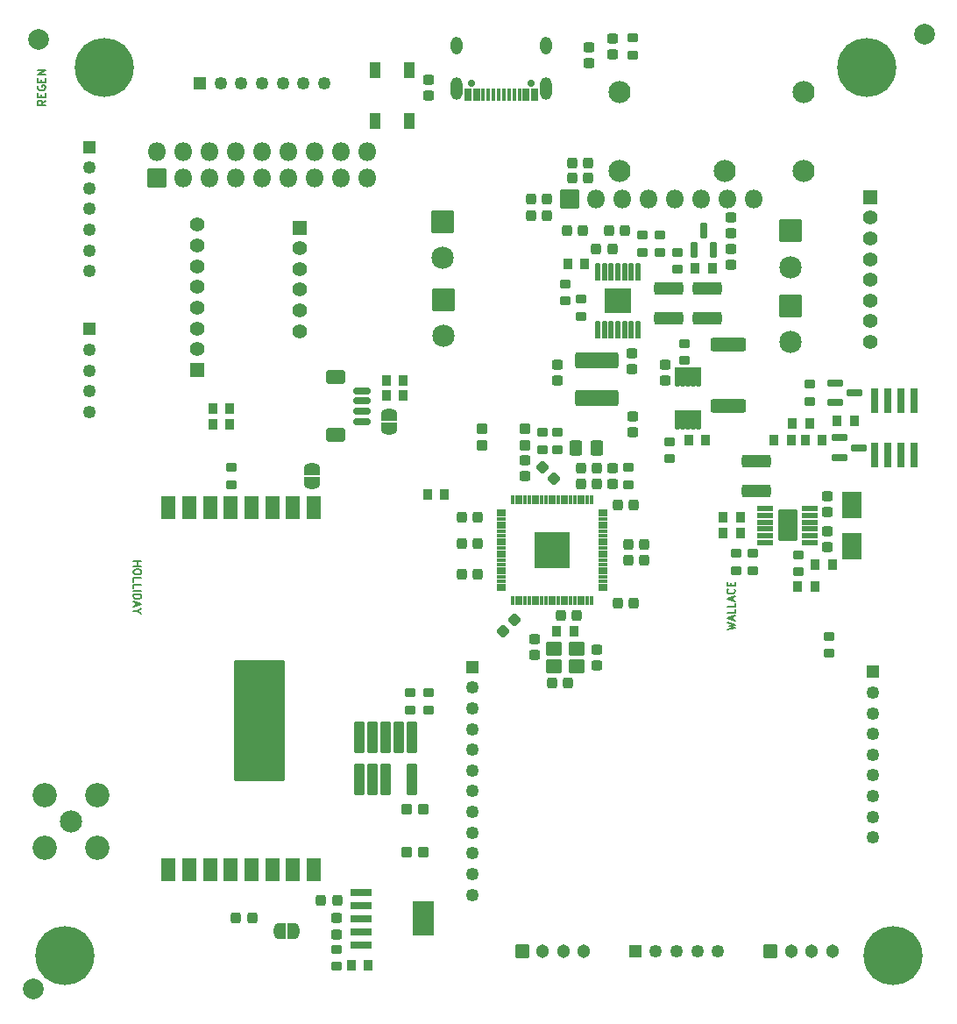
<source format=gts>
%TF.GenerationSoftware,KiCad,Pcbnew,8.0.5*%
%TF.CreationDate,2024-11-25T18:16:58-08:00*%
%TF.ProjectId,mainboard,6d61696e-626f-4617-9264-2e6b69636164,06c*%
%TF.SameCoordinates,Original*%
%TF.FileFunction,Soldermask,Top*%
%TF.FilePolarity,Negative*%
%FSLAX46Y46*%
G04 Gerber Fmt 4.6, Leading zero omitted, Abs format (unit mm)*
G04 Created by KiCad (PCBNEW 8.0.5) date 2024-11-25 18:16:58*
%MOMM*%
%LPD*%
G01*
G04 APERTURE LIST*
G04 Aperture macros list*
%AMRoundRect*
0 Rectangle with rounded corners*
0 $1 Rounding radius*
0 $2 $3 $4 $5 $6 $7 $8 $9 X,Y pos of 4 corners*
0 Add a 4 corners polygon primitive as box body*
4,1,4,$2,$3,$4,$5,$6,$7,$8,$9,$2,$3,0*
0 Add four circle primitives for the rounded corners*
1,1,$1+$1,$2,$3*
1,1,$1+$1,$4,$5*
1,1,$1+$1,$6,$7*
1,1,$1+$1,$8,$9*
0 Add four rect primitives between the rounded corners*
20,1,$1+$1,$2,$3,$4,$5,0*
20,1,$1+$1,$4,$5,$6,$7,0*
20,1,$1+$1,$6,$7,$8,$9,0*
20,1,$1+$1,$8,$9,$2,$3,0*%
%AMFreePoly0*
4,1,35,0.535921,0.785921,0.550800,0.750000,0.550800,-0.750000,0.535921,-0.785921,0.500000,-0.800800,0.000000,-0.800800,-0.012286,-0.795711,-0.071157,-0.795711,-0.085469,-0.793653,-0.222020,-0.753558,-0.235173,-0.747552,-0.354895,-0.670611,-0.365822,-0.661142,-0.459019,-0.553587,-0.466836,-0.541423,-0.525955,-0.411969,-0.530029,-0.398096,-0.550283,-0.257230,-0.550800,-0.250000,-0.550800,0.250000,
-0.550283,0.257230,-0.530029,0.398096,-0.525955,0.411969,-0.466836,0.541423,-0.459019,0.553587,-0.365822,0.661142,-0.354895,0.670611,-0.235173,0.747552,-0.222020,0.753558,-0.085469,0.793653,-0.071157,0.795711,-0.012286,0.795711,0.000000,0.800800,0.500000,0.800800,0.535921,0.785921,0.535921,0.785921,$1*%
%AMFreePoly1*
4,1,35,0.012286,0.795711,0.071157,0.795711,0.085469,0.793653,0.222020,0.753558,0.235173,0.747552,0.354895,0.670611,0.365822,0.661142,0.459019,0.553587,0.466836,0.541423,0.525955,0.411969,0.530029,0.398096,0.550283,0.257230,0.550800,0.250000,0.550800,-0.250000,0.550283,-0.257230,0.530029,-0.398096,0.525955,-0.411969,0.466836,-0.541423,0.459019,-0.553587,0.365822,-0.661142,
0.354895,-0.670611,0.235173,-0.747552,0.222020,-0.753558,0.085469,-0.793653,0.071157,-0.795711,0.012286,-0.795711,0.000000,-0.800800,-0.500000,-0.800800,-0.535921,-0.785921,-0.550800,-0.750000,-0.550800,0.750000,-0.535921,0.785921,-0.500000,0.800800,0.000000,0.800800,0.012286,0.795711,0.012286,0.795711,$1*%
G04 Aperture macros list end*
%ADD10C,0.190500*%
%ADD11RoundRect,0.225400X-0.225400X-0.300400X0.225400X-0.300400X0.225400X0.300400X-0.225400X0.300400X0*%
%ADD12RoundRect,0.063500X-0.152400X0.800100X-0.152400X-0.800100X0.152400X-0.800100X0.152400X0.800100X0*%
%ADD13RoundRect,0.063500X-1.230000X1.155000X-1.230000X-1.155000X1.230000X-1.155000X1.230000X1.155000X0*%
%ADD14RoundRect,0.250400X-0.275400X0.250400X-0.275400X-0.250400X0.275400X-0.250400X0.275400X0.250400X0*%
%ADD15RoundRect,0.250400X0.275400X-0.250400X0.275400X0.250400X-0.275400X0.250400X-0.275400X-0.250400X0*%
%ADD16RoundRect,0.225400X0.225400X0.300400X-0.225400X0.300400X-0.225400X-0.300400X0.225400X-0.300400X0*%
%ADD17RoundRect,0.250400X0.250400X0.275400X-0.250400X0.275400X-0.250400X-0.275400X0.250400X-0.275400X0*%
%ADD18RoundRect,0.063500X-0.660400X0.279400X-0.660400X-0.279400X0.660400X-0.279400X0.660400X0.279400X0*%
%ADD19RoundRect,0.050800X0.304800X1.104900X-0.304800X1.104900X-0.304800X-1.104900X0.304800X-1.104900X0*%
%ADD20C,5.701600*%
%ADD21C,2.000000*%
%ADD22C,2.133600*%
%ADD23RoundRect,0.225400X-0.300400X0.225400X-0.300400X-0.225400X0.300400X-0.225400X0.300400X0.225400X0*%
%ADD24RoundRect,0.250400X-0.250400X-0.275400X0.250400X-0.275400X0.250400X0.275400X-0.250400X0.275400X0*%
%ADD25C,2.151600*%
%ADD26C,2.351600*%
%ADD27RoundRect,0.063500X-1.016000X1.016000X-1.016000X-1.016000X1.016000X-1.016000X1.016000X1.016000X0*%
%ADD28C,2.159000*%
%ADD29RoundRect,0.225400X0.300400X-0.225400X0.300400X0.225400X-0.300400X0.225400X-0.300400X-0.225400X0*%
%ADD30RoundRect,0.244150X0.281650X-0.244150X0.281650X0.244150X-0.281650X0.244150X-0.281650X-0.244150X0*%
%ADD31RoundRect,0.270735X-1.455065X0.392565X-1.455065X-0.392565X1.455065X-0.392565X1.455065X0.392565X0*%
%ADD32RoundRect,0.355555X-1.795245X0.445245X-1.795245X-0.445245X1.795245X-0.445245X1.795245X0.445245X0*%
%ADD33RoundRect,0.063500X-0.279400X-0.660400X0.279400X-0.660400X0.279400X0.660400X-0.279400X0.660400X0*%
%ADD34RoundRect,0.272087X1.128713X-0.353713X1.128713X0.353713X-1.128713X0.353713X-1.128713X-0.353713X0*%
%ADD35RoundRect,0.050800X-0.165100X0.889000X-0.165100X-0.889000X0.165100X-0.889000X0.165100X0.889000X0*%
%ADD36RoundRect,0.050800X1.000000X-0.325000X1.000000X0.325000X-1.000000X0.325000X-1.000000X-0.325000X0*%
%ADD37RoundRect,0.050800X-1.000000X-1.600000X1.000000X-1.600000X1.000000X1.600000X-1.000000X1.600000X0*%
%ADD38C,0.701600*%
%ADD39RoundRect,0.050800X0.300000X0.575000X-0.300000X0.575000X-0.300000X-0.575000X0.300000X-0.575000X0*%
%ADD40RoundRect,0.050800X0.150000X0.575000X-0.150000X0.575000X-0.150000X-0.575000X0.150000X-0.575000X0*%
%ADD41O,1.101600X2.201600*%
%ADD42O,1.101600X1.701600*%
%ADD43RoundRect,0.250400X-0.017678X0.371797X-0.371797X0.017678X0.017678X-0.371797X0.371797X-0.017678X0*%
%ADD44RoundRect,0.050800X-0.698500X-0.215900X0.698500X-0.215900X0.698500X0.215900X-0.698500X0.215900X0*%
%ADD45RoundRect,0.050800X-0.876300X-1.473200X0.876300X-1.473200X0.876300X1.473200X-0.876300X1.473200X0*%
%ADD46RoundRect,0.050800X-0.850000X1.250000X-0.850000X-1.250000X0.850000X-1.250000X0.850000X1.250000X0*%
%ADD47RoundRect,0.050800X-0.450000X0.750000X-0.450000X-0.750000X0.450000X-0.750000X0.450000X0.750000X0*%
%ADD48RoundRect,0.272087X-0.353713X-0.478713X0.353713X-0.478713X0.353713X0.478713X-0.353713X0.478713X0*%
%ADD49RoundRect,0.080400X0.360400X-0.080400X0.360400X0.080400X-0.360400X0.080400X-0.360400X-0.080400X0*%
%ADD50RoundRect,0.080400X-0.080400X-0.360400X0.080400X-0.360400X0.080400X0.360400X-0.080400X0.360400X0*%
%ADD51RoundRect,0.050800X-0.566666X-0.566666X0.566666X-0.566666X0.566666X0.566666X-0.566666X0.566666X0*%
%ADD52FreePoly0,270.000000*%
%ADD53FreePoly1,270.000000*%
%ADD54RoundRect,0.102000X-0.370000X-1.395000X0.370000X-1.395000X0.370000X1.395000X-0.370000X1.395000X0*%
%ADD55RoundRect,0.050800X-0.700000X-0.600000X0.700000X-0.600000X0.700000X0.600000X-0.700000X0.600000X0*%
%ADD56RoundRect,0.063500X-0.650000X1.000000X-0.650000X-1.000000X0.650000X-1.000000X0.650000X1.000000X0*%
%ADD57RoundRect,0.063500X-2.350000X5.750000X-2.350000X-5.750000X2.350000X-5.750000X2.350000X5.750000X0*%
%ADD58RoundRect,0.050800X0.450000X0.450000X-0.450000X0.450000X-0.450000X-0.450000X0.450000X-0.450000X0*%
%ADD59RoundRect,0.175400X0.650400X-0.175400X0.650400X0.175400X-0.650400X0.175400X-0.650400X-0.175400X0*%
%ADD60RoundRect,0.271166X0.679634X-0.379634X0.679634X0.379634X-0.679634X0.379634X-0.679634X-0.379634X0*%
%ADD61RoundRect,0.050800X0.575000X0.575000X-0.575000X0.575000X-0.575000X-0.575000X0.575000X-0.575000X0*%
%ADD62C,1.251600*%
%ADD63RoundRect,0.050800X0.575000X-0.575000X0.575000X0.575000X-0.575000X0.575000X-0.575000X-0.575000X0*%
%ADD64FreePoly0,90.000000*%
%ADD65FreePoly1,90.000000*%
%ADD66RoundRect,0.050800X0.654000X-0.654000X0.654000X0.654000X-0.654000X0.654000X-0.654000X-0.654000X0*%
%ADD67C,1.409600*%
%ADD68RoundRect,0.076200X-0.575000X-0.575000X0.575000X-0.575000X0.575000X0.575000X-0.575000X0.575000X0*%
%ADD69C,1.302400*%
%ADD70RoundRect,0.250400X0.371797X0.017678X0.017678X0.371797X-0.371797X-0.017678X-0.017678X-0.371797X0*%
%ADD71RoundRect,0.050800X-0.450000X0.450000X-0.450000X-0.450000X0.450000X-0.450000X0.450000X0.450000X0*%
%ADD72RoundRect,0.050800X-0.654000X0.654000X-0.654000X-0.654000X0.654000X-0.654000X0.654000X0.654000X0*%
%ADD73FreePoly0,180.000000*%
%ADD74FreePoly1,180.000000*%
%ADD75RoundRect,0.272087X-1.128713X0.353713X-1.128713X-0.353713X1.128713X-0.353713X1.128713X0.353713X0*%
%ADD76RoundRect,0.050800X-0.850000X0.850000X-0.850000X-0.850000X0.850000X-0.850000X0.850000X0.850000X0*%
%ADD77O,1.801600X1.801600*%
G04 APERTURE END LIST*
D10*
X110020390Y-105246714D02*
X110782390Y-105246714D01*
X110419533Y-105246714D02*
X110419533Y-105682143D01*
X110020390Y-105682143D02*
X110782390Y-105682143D01*
X110782390Y-106190143D02*
X110782390Y-106335286D01*
X110782390Y-106335286D02*
X110746104Y-106407857D01*
X110746104Y-106407857D02*
X110673533Y-106480429D01*
X110673533Y-106480429D02*
X110528390Y-106516714D01*
X110528390Y-106516714D02*
X110274390Y-106516714D01*
X110274390Y-106516714D02*
X110129247Y-106480429D01*
X110129247Y-106480429D02*
X110056676Y-106407857D01*
X110056676Y-106407857D02*
X110020390Y-106335286D01*
X110020390Y-106335286D02*
X110020390Y-106190143D01*
X110020390Y-106190143D02*
X110056676Y-106117572D01*
X110056676Y-106117572D02*
X110129247Y-106045000D01*
X110129247Y-106045000D02*
X110274390Y-106008714D01*
X110274390Y-106008714D02*
X110528390Y-106008714D01*
X110528390Y-106008714D02*
X110673533Y-106045000D01*
X110673533Y-106045000D02*
X110746104Y-106117572D01*
X110746104Y-106117572D02*
X110782390Y-106190143D01*
X110020390Y-107206143D02*
X110020390Y-106843286D01*
X110020390Y-106843286D02*
X110782390Y-106843286D01*
X110020390Y-107823000D02*
X110020390Y-107460143D01*
X110020390Y-107460143D02*
X110782390Y-107460143D01*
X110020390Y-108077000D02*
X110782390Y-108077000D01*
X110020390Y-108439857D02*
X110782390Y-108439857D01*
X110782390Y-108439857D02*
X110782390Y-108621286D01*
X110782390Y-108621286D02*
X110746104Y-108730143D01*
X110746104Y-108730143D02*
X110673533Y-108802714D01*
X110673533Y-108802714D02*
X110600961Y-108839000D01*
X110600961Y-108839000D02*
X110455818Y-108875286D01*
X110455818Y-108875286D02*
X110346961Y-108875286D01*
X110346961Y-108875286D02*
X110201818Y-108839000D01*
X110201818Y-108839000D02*
X110129247Y-108802714D01*
X110129247Y-108802714D02*
X110056676Y-108730143D01*
X110056676Y-108730143D02*
X110020390Y-108621286D01*
X110020390Y-108621286D02*
X110020390Y-108439857D01*
X110238104Y-109165571D02*
X110238104Y-109528429D01*
X110020390Y-109093000D02*
X110782390Y-109347000D01*
X110782390Y-109347000D02*
X110020390Y-109601000D01*
X110383247Y-110000143D02*
X110020390Y-110000143D01*
X110782390Y-109746143D02*
X110383247Y-110000143D01*
X110383247Y-110000143D02*
X110782390Y-110254143D01*
X101522609Y-60723714D02*
X101159752Y-60977714D01*
X101522609Y-61159143D02*
X100760609Y-61159143D01*
X100760609Y-61159143D02*
X100760609Y-60868857D01*
X100760609Y-60868857D02*
X100796895Y-60796286D01*
X100796895Y-60796286D02*
X100833181Y-60760000D01*
X100833181Y-60760000D02*
X100905752Y-60723714D01*
X100905752Y-60723714D02*
X101014609Y-60723714D01*
X101014609Y-60723714D02*
X101087181Y-60760000D01*
X101087181Y-60760000D02*
X101123466Y-60796286D01*
X101123466Y-60796286D02*
X101159752Y-60868857D01*
X101159752Y-60868857D02*
X101159752Y-61159143D01*
X101123466Y-60397143D02*
X101123466Y-60143143D01*
X101522609Y-60034286D02*
X101522609Y-60397143D01*
X101522609Y-60397143D02*
X100760609Y-60397143D01*
X100760609Y-60397143D02*
X100760609Y-60034286D01*
X100796895Y-59308571D02*
X100760609Y-59381143D01*
X100760609Y-59381143D02*
X100760609Y-59490000D01*
X100760609Y-59490000D02*
X100796895Y-59598857D01*
X100796895Y-59598857D02*
X100869466Y-59671428D01*
X100869466Y-59671428D02*
X100942038Y-59707714D01*
X100942038Y-59707714D02*
X101087181Y-59744000D01*
X101087181Y-59744000D02*
X101196038Y-59744000D01*
X101196038Y-59744000D02*
X101341181Y-59707714D01*
X101341181Y-59707714D02*
X101413752Y-59671428D01*
X101413752Y-59671428D02*
X101486324Y-59598857D01*
X101486324Y-59598857D02*
X101522609Y-59490000D01*
X101522609Y-59490000D02*
X101522609Y-59417428D01*
X101522609Y-59417428D02*
X101486324Y-59308571D01*
X101486324Y-59308571D02*
X101450038Y-59272285D01*
X101450038Y-59272285D02*
X101196038Y-59272285D01*
X101196038Y-59272285D02*
X101196038Y-59417428D01*
X101123466Y-58945714D02*
X101123466Y-58691714D01*
X101522609Y-58582857D02*
X101522609Y-58945714D01*
X101522609Y-58945714D02*
X100760609Y-58945714D01*
X100760609Y-58945714D02*
X100760609Y-58582857D01*
X101522609Y-58256285D02*
X100760609Y-58256285D01*
X100760609Y-58256285D02*
X101522609Y-57820856D01*
X101522609Y-57820856D02*
X100760609Y-57820856D01*
X167380609Y-111822285D02*
X168142609Y-111640857D01*
X168142609Y-111640857D02*
X167598324Y-111495714D01*
X167598324Y-111495714D02*
X168142609Y-111350571D01*
X168142609Y-111350571D02*
X167380609Y-111169143D01*
X167924895Y-110915143D02*
X167924895Y-110552286D01*
X168142609Y-110987714D02*
X167380609Y-110733714D01*
X167380609Y-110733714D02*
X168142609Y-110479714D01*
X168142609Y-109862857D02*
X168142609Y-110225714D01*
X168142609Y-110225714D02*
X167380609Y-110225714D01*
X168142609Y-109246000D02*
X168142609Y-109608857D01*
X168142609Y-109608857D02*
X167380609Y-109608857D01*
X167924895Y-109028286D02*
X167924895Y-108665429D01*
X168142609Y-109100857D02*
X167380609Y-108846857D01*
X167380609Y-108846857D02*
X168142609Y-108592857D01*
X168070038Y-107903428D02*
X168106324Y-107939714D01*
X168106324Y-107939714D02*
X168142609Y-108048571D01*
X168142609Y-108048571D02*
X168142609Y-108121143D01*
X168142609Y-108121143D02*
X168106324Y-108230000D01*
X168106324Y-108230000D02*
X168033752Y-108302571D01*
X168033752Y-108302571D02*
X167961181Y-108338857D01*
X167961181Y-108338857D02*
X167816038Y-108375143D01*
X167816038Y-108375143D02*
X167707181Y-108375143D01*
X167707181Y-108375143D02*
X167562038Y-108338857D01*
X167562038Y-108338857D02*
X167489466Y-108302571D01*
X167489466Y-108302571D02*
X167416895Y-108230000D01*
X167416895Y-108230000D02*
X167380609Y-108121143D01*
X167380609Y-108121143D02*
X167380609Y-108048571D01*
X167380609Y-108048571D02*
X167416895Y-107939714D01*
X167416895Y-107939714D02*
X167453181Y-107903428D01*
X167743466Y-107576857D02*
X167743466Y-107322857D01*
X168142609Y-107214000D02*
X168142609Y-107576857D01*
X168142609Y-107576857D02*
X167380609Y-107576857D01*
X167380609Y-107576857D02*
X167380609Y-107214000D01*
D11*
X177991000Y-91694000D03*
X179641000Y-91694000D03*
D12*
X158766134Y-77289496D03*
X158116121Y-77289496D03*
X157466112Y-77289496D03*
X156816100Y-77289496D03*
X156166088Y-77289496D03*
X155516079Y-77289496D03*
X154866066Y-77289496D03*
X154866066Y-82826696D03*
X155516079Y-82826696D03*
X156166088Y-82826696D03*
X156816100Y-82826696D03*
X157466112Y-82826696D03*
X158116121Y-82826696D03*
X158766134Y-82826696D03*
D13*
X156816100Y-80058096D03*
D14*
X151000000Y-86225000D03*
X151000000Y-87775000D03*
D15*
X158250000Y-92775000D03*
X158250000Y-91225000D03*
X158178500Y-86690500D03*
X158178500Y-85140500D03*
D16*
X153606000Y-76517500D03*
X151956000Y-76517500D03*
D17*
X156286500Y-75057000D03*
X154736500Y-75057000D03*
D18*
X177783800Y-87995596D03*
X177783800Y-89900596D03*
X179663400Y-88948096D03*
D11*
X164275000Y-76962000D03*
X165925000Y-76962000D03*
D19*
X185420000Y-89712800D03*
X184150000Y-89712800D03*
X182880000Y-89712800D03*
X181610000Y-89712800D03*
X181610000Y-94945200D03*
X182880000Y-94945200D03*
X184150000Y-94945200D03*
X185420000Y-94945200D03*
D20*
X107236100Y-57564100D03*
X103426100Y-143294100D03*
X183426100Y-143294100D03*
X180896100Y-57564100D03*
D21*
X100330000Y-146558000D03*
D22*
X157000000Y-67500000D03*
X157000000Y-59880000D03*
X167160000Y-67500000D03*
X174780000Y-59880000D03*
X174780000Y-67500000D03*
D15*
X154051000Y-57143000D03*
X154051000Y-55593000D03*
D23*
X158254700Y-54674000D03*
X158254700Y-56324000D03*
D17*
X153937000Y-66776600D03*
X152387000Y-66776600D03*
D24*
X148450000Y-71818500D03*
X150000000Y-71818500D03*
D23*
X159194500Y-73724000D03*
X159194500Y-75374000D03*
D24*
X151879000Y-73279000D03*
X153429000Y-73279000D03*
D25*
X103949500Y-130365500D03*
D26*
X106489500Y-127825500D03*
X101409500Y-127825500D03*
X106489500Y-132905500D03*
X101409500Y-132905500D03*
D23*
X119500000Y-96175000D03*
X119500000Y-97825000D03*
D17*
X157493000Y-73279000D03*
X155943000Y-73279000D03*
D24*
X148412000Y-70231000D03*
X149962000Y-70231000D03*
D23*
X151750000Y-78425000D03*
X151750000Y-80075000D03*
D27*
X173532800Y-80572200D03*
D28*
X173532800Y-84072200D03*
D29*
X160909000Y-75374000D03*
X160909000Y-73724000D03*
D30*
X156293500Y-56286500D03*
X156293500Y-54711500D03*
D31*
X167500000Y-84312500D03*
X167500000Y-90237500D03*
D32*
X154813000Y-85830000D03*
X154813000Y-89430000D03*
D33*
X164147500Y-75171300D03*
X166052500Y-75171300D03*
X165100000Y-73291700D03*
D27*
X139954000Y-79959200D03*
D28*
X139954000Y-83459200D03*
D16*
X175323000Y-91948000D03*
X173673000Y-91948000D03*
D23*
X175387000Y-88123096D03*
X175387000Y-89773096D03*
D34*
X161769100Y-81787096D03*
X161769100Y-78837096D03*
X165481000Y-81787096D03*
X165481000Y-78837096D03*
D14*
X167767000Y-71996000D03*
X167767000Y-73546000D03*
D23*
X163250000Y-84175000D03*
X163250000Y-85825000D03*
D35*
X164576001Y-87455300D03*
X164075999Y-87455300D03*
X163576000Y-87455300D03*
X163076001Y-87455300D03*
X162575999Y-87455300D03*
X162575999Y-91544700D03*
X163076001Y-91544700D03*
X163576000Y-91544700D03*
X164075999Y-91544700D03*
X164576001Y-91544700D03*
D23*
X129649937Y-142705948D03*
X129649937Y-144355948D03*
D15*
X167767000Y-76594000D03*
X167767000Y-75044000D03*
D36*
X131983937Y-137180948D03*
X131983937Y-138450948D03*
X131983937Y-139720948D03*
X131983937Y-140990948D03*
X131983937Y-142260948D03*
D37*
X137983937Y-139720948D03*
D24*
X119925800Y-139674600D03*
X121475800Y-139674600D03*
D11*
X131058937Y-144258948D03*
X132708937Y-144258948D03*
D14*
X129649937Y-139707948D03*
X129649937Y-141257948D03*
D24*
X152387000Y-68250000D03*
X153937000Y-68250000D03*
D15*
X161350000Y-87775000D03*
X161350000Y-86225000D03*
D38*
X148437000Y-59053000D03*
X142667000Y-59053000D03*
D39*
X148752000Y-60128000D03*
X147952000Y-60128000D03*
D40*
X146802000Y-60128000D03*
X145802000Y-60128000D03*
X145302000Y-60128000D03*
X144302000Y-60128000D03*
D39*
X143152000Y-60128000D03*
X142352000Y-60128000D03*
D40*
X143802000Y-60128000D03*
X144802000Y-60128000D03*
X146302000Y-60128000D03*
X147302000Y-60128000D03*
D41*
X149872000Y-59553000D03*
D42*
X149872000Y-55413000D03*
D41*
X141232000Y-59553000D03*
D42*
X141232000Y-55413000D03*
D27*
X139903200Y-72440800D03*
D28*
X139903200Y-75940800D03*
D27*
X173532800Y-73307800D03*
D28*
X173532800Y-76807800D03*
D16*
X177532800Y-105567481D03*
X175882800Y-105567481D03*
D29*
X161800000Y-95325000D03*
X161800000Y-93675000D03*
D43*
X146848008Y-110851992D03*
X145751992Y-111948008D03*
D24*
X157825000Y-105100000D03*
X159375000Y-105100000D03*
D23*
X168224200Y-104488481D03*
X168224200Y-106138481D03*
D24*
X150475000Y-117000000D03*
X152025000Y-117000000D03*
D16*
X136075000Y-89250000D03*
X134425000Y-89250000D03*
D21*
X186436000Y-54356000D03*
D17*
X143275000Y-103500000D03*
X141725000Y-103500000D03*
D29*
X149500000Y-94425000D03*
X149500000Y-92775000D03*
D23*
X177200000Y-112475000D03*
X177200000Y-114125000D03*
D44*
X171018200Y-100152200D03*
X171018200Y-100802441D03*
X171018200Y-101452681D03*
X171018200Y-102102919D03*
X171018200Y-102753159D03*
X171018200Y-103403400D03*
X175387000Y-103403400D03*
X175387000Y-102753159D03*
X175387000Y-102102919D03*
X175387000Y-101452681D03*
X175387000Y-100802441D03*
X175387000Y-100152200D03*
D45*
X173202600Y-101777800D03*
D14*
X148750000Y-112725000D03*
X148750000Y-114275000D03*
D16*
X140075000Y-98750000D03*
X138425000Y-98750000D03*
D17*
X143275000Y-101000000D03*
X141725000Y-101000000D03*
D24*
X153225000Y-96250000D03*
X154775000Y-96250000D03*
D17*
X143275000Y-106500000D03*
X141725000Y-106500000D03*
D24*
X156825000Y-109300000D03*
X158375000Y-109300000D03*
D46*
X179451000Y-99759000D03*
X179451000Y-103759000D03*
D24*
X151325000Y-110500000D03*
X152875000Y-110500000D03*
D29*
X162560000Y-77025000D03*
X162560000Y-75375000D03*
D15*
X156300000Y-97775000D03*
X156300000Y-96225000D03*
D47*
X136650000Y-57800000D03*
X133350000Y-57800000D03*
X133350000Y-62700000D03*
X136650000Y-62700000D03*
D24*
X128133937Y-138008948D03*
X129683937Y-138008948D03*
D48*
X152725000Y-94297500D03*
X154775000Y-94297500D03*
D15*
X177063400Y-100500481D03*
X177063400Y-98950481D03*
D23*
X169849800Y-104488481D03*
X169849800Y-106138481D03*
D49*
X145563500Y-100343333D03*
X145563500Y-100743333D03*
X145563500Y-101143333D03*
X145563500Y-101543333D03*
X145563500Y-101943333D03*
X145563500Y-102343333D03*
X145563500Y-102743333D03*
X145563500Y-103143333D03*
X145563500Y-103543333D03*
X145563500Y-103943333D03*
X145563500Y-104343333D03*
X145563500Y-104743333D03*
X145563500Y-105143333D03*
X145563500Y-105543333D03*
X145563500Y-105943333D03*
X145563500Y-106343333D03*
X145563500Y-106743333D03*
X145563500Y-107143333D03*
X145563500Y-107543333D03*
X145563500Y-107943333D03*
D50*
X146660000Y-109039833D03*
X147060000Y-109039833D03*
X147460000Y-109039833D03*
X147860000Y-109039833D03*
X148260000Y-109039833D03*
X148660000Y-109039833D03*
X149060000Y-109039833D03*
X149460000Y-109039833D03*
X149860000Y-109039833D03*
X150260000Y-109039833D03*
X150660000Y-109039833D03*
X151060000Y-109039833D03*
X151460000Y-109039833D03*
X151860000Y-109039833D03*
X152260000Y-109039833D03*
X152660000Y-109039833D03*
X153060000Y-109039833D03*
X153460000Y-109039833D03*
X153860000Y-109039833D03*
X154260000Y-109039833D03*
D49*
X155356500Y-107943333D03*
X155356500Y-107543333D03*
X155356500Y-107143333D03*
X155356500Y-106743333D03*
X155356500Y-106343333D03*
X155356500Y-105943333D03*
X155356500Y-105543333D03*
X155356500Y-105143333D03*
X155356500Y-104743333D03*
X155356500Y-104343333D03*
X155356500Y-103943333D03*
X155356500Y-103543333D03*
X155356500Y-103143333D03*
X155356500Y-102743333D03*
X155356500Y-102343333D03*
X155356500Y-101943333D03*
X155356500Y-101543333D03*
X155356500Y-101143333D03*
X155356500Y-100743333D03*
X155356500Y-100343333D03*
D50*
X154260000Y-99246833D03*
X153860000Y-99246833D03*
X153460000Y-99246833D03*
X153060000Y-99246833D03*
X152660000Y-99246833D03*
X152260000Y-99246833D03*
X151860000Y-99246833D03*
X151460000Y-99246833D03*
X151060000Y-99246833D03*
X150660000Y-99246833D03*
X150260000Y-99246833D03*
X149860000Y-99246833D03*
X149460000Y-99246833D03*
X149060000Y-99246833D03*
X148660000Y-99246833D03*
X148260000Y-99246833D03*
X147860000Y-99246833D03*
X147460000Y-99246833D03*
X147060000Y-99246833D03*
X146660000Y-99246833D03*
D38*
X149326667Y-103010000D03*
D51*
X149326667Y-103010000D03*
D38*
X149326667Y-104143333D03*
D51*
X149326667Y-104143333D03*
D38*
X149326667Y-105276666D03*
D51*
X149326667Y-105276666D03*
D38*
X150460000Y-103010000D03*
D51*
X150460000Y-103010000D03*
D38*
X150460000Y-104143333D03*
D51*
X150460000Y-104143333D03*
D38*
X150460000Y-105276666D03*
D51*
X150460000Y-105276666D03*
D38*
X151593333Y-103010000D03*
D51*
X151593333Y-103010000D03*
D38*
X151593333Y-104143333D03*
D51*
X151593333Y-104143333D03*
D38*
X151593333Y-105276666D03*
D51*
X151593333Y-105276666D03*
D52*
X134750000Y-91100000D03*
D53*
X134750000Y-92400000D03*
D54*
X131825000Y-126280000D03*
X131825000Y-122210000D03*
X133095000Y-126280000D03*
X133095000Y-122210000D03*
X134365000Y-126280000D03*
X134365000Y-122210000D03*
X135635000Y-122210000D03*
X136905000Y-126280000D03*
X136905000Y-122210000D03*
D55*
X150650000Y-115350000D03*
X152850000Y-115350000D03*
X152850000Y-113650000D03*
X150650000Y-113650000D03*
D56*
X113420000Y-135050000D03*
X115420000Y-135050000D03*
X117420000Y-135050000D03*
X119420000Y-135050000D03*
X121420000Y-135050000D03*
X123420000Y-135050000D03*
X125420000Y-135050000D03*
X127420000Y-135050000D03*
X127420000Y-100050000D03*
X125420000Y-100050000D03*
X123420000Y-100050000D03*
X121420000Y-100050000D03*
X119420000Y-100050000D03*
X117420000Y-100050000D03*
X115420000Y-100050000D03*
X113420000Y-100050000D03*
D57*
X122170000Y-120600000D03*
D58*
X143700000Y-94050000D03*
X147800000Y-94050000D03*
X143700000Y-92450000D03*
X147800000Y-92450000D03*
D16*
X176575000Y-93500000D03*
X174925000Y-93500000D03*
D59*
X132075000Y-91750000D03*
X132075000Y-90750000D03*
X132075000Y-89750000D03*
X132075000Y-88750000D03*
D60*
X129550000Y-93050000D03*
X129550000Y-87450000D03*
D16*
X136075000Y-87750000D03*
X134425000Y-87750000D03*
X173575000Y-93500000D03*
X171925000Y-93500000D03*
D61*
X158484001Y-142920000D03*
D62*
X160484002Y-142920000D03*
X162484001Y-142920000D03*
X164484002Y-142920000D03*
X166484000Y-142920000D03*
D21*
X100838000Y-54864000D03*
D11*
X174181000Y-107696000D03*
X175831000Y-107696000D03*
D29*
X138500000Y-119575000D03*
X138500000Y-117925000D03*
D63*
X105800000Y-82799999D03*
D62*
X105800000Y-84800000D03*
X105800000Y-86799999D03*
X105800000Y-88800000D03*
X105800000Y-90799998D03*
D11*
X167015000Y-100950000D03*
X168665000Y-100950000D03*
D64*
X127250000Y-97650000D03*
D65*
X127250000Y-96350000D03*
D11*
X117675000Y-90500000D03*
X119325000Y-90500000D03*
D16*
X168665000Y-102490000D03*
X167015000Y-102490000D03*
D66*
X181200000Y-70050001D03*
D67*
X181200000Y-72050002D03*
X181200000Y-74050001D03*
X181200000Y-76050002D03*
X181200000Y-78050000D03*
X181200000Y-80050001D03*
X181200000Y-82050000D03*
X181200000Y-84050001D03*
D63*
X142720000Y-115430000D03*
D62*
X142720000Y-117430001D03*
X142720000Y-119430000D03*
X142720000Y-121430001D03*
X142720000Y-123429999D03*
X142720000Y-125430000D03*
X142720000Y-127429999D03*
X142720000Y-129430000D03*
X142720000Y-131430001D03*
X142720000Y-133430000D03*
X142720000Y-135430000D03*
X142720000Y-137430000D03*
D29*
X153250000Y-81575000D03*
X153250000Y-79925000D03*
D68*
X147550000Y-142920000D03*
D69*
X149550000Y-142920000D03*
X151550000Y-142920000D03*
X153550000Y-142920000D03*
D15*
X147800000Y-97025000D03*
X147800000Y-95475000D03*
X177063400Y-103853281D03*
X177063400Y-102303281D03*
D66*
X126100000Y-73000000D03*
D67*
X126100000Y-75000000D03*
X126100000Y-77000000D03*
X126100000Y-79000000D03*
X126100000Y-81000000D03*
X126100000Y-83000000D03*
D16*
X165325000Y-93500000D03*
X163675000Y-93500000D03*
D24*
X157825000Y-103600000D03*
X159375000Y-103600000D03*
D14*
X138500000Y-58725000D03*
X138500000Y-60275000D03*
D70*
X150648008Y-97248008D03*
X149551992Y-96151992D03*
D71*
X138050000Y-133300000D03*
X138050000Y-129200000D03*
X136450000Y-133300000D03*
X136450000Y-129200000D03*
D14*
X154750000Y-113725000D03*
X154750000Y-115275000D03*
D11*
X117675000Y-92000000D03*
X119325000Y-92000000D03*
D29*
X151000000Y-94425000D03*
X151000000Y-92775000D03*
D24*
X156825000Y-99800000D03*
X158375000Y-99800000D03*
D72*
X116205000Y-86739999D03*
D67*
X116205000Y-84739998D03*
X116205000Y-82739999D03*
X116205000Y-80739998D03*
X116205000Y-78740000D03*
X116205000Y-76739999D03*
X116205000Y-74740000D03*
X116205000Y-72739999D03*
D63*
X105750000Y-65214001D03*
D62*
X105750000Y-67214002D03*
X105750000Y-69214001D03*
X105750000Y-71214002D03*
X105750000Y-73214000D03*
X105750000Y-75214001D03*
X105750000Y-77214000D03*
D73*
X125450000Y-140900000D03*
D74*
X124150000Y-140900000D03*
D75*
X170200000Y-95525000D03*
X170200000Y-98475000D03*
D68*
X171550000Y-142920000D03*
D69*
X173550000Y-142920000D03*
X175550000Y-142920000D03*
X177550000Y-142920000D03*
D16*
X152575000Y-112000000D03*
X150925000Y-112000000D03*
D23*
X157800000Y-96175000D03*
X157800000Y-97825000D03*
D61*
X116450001Y-59050000D03*
D62*
X118450002Y-59050000D03*
X120450001Y-59050000D03*
X122450002Y-59050000D03*
X124450000Y-59050000D03*
X126450001Y-59050000D03*
X128450000Y-59050000D03*
D63*
X181491000Y-115900000D03*
D62*
X181491000Y-117900001D03*
X181491000Y-119900000D03*
X181491000Y-121900001D03*
X181491000Y-123899999D03*
X181491000Y-125900000D03*
X181491000Y-127899999D03*
X181491000Y-129900000D03*
X181491000Y-131900001D03*
D23*
X174244000Y-104585000D03*
X174244000Y-106235000D03*
D18*
X178246700Y-93297500D03*
X178246700Y-95202500D03*
X180126300Y-94250000D03*
D29*
X136750000Y-119575000D03*
X136750000Y-117925000D03*
D24*
X153225000Y-97750000D03*
X154775000Y-97750000D03*
D76*
X152146000Y-70231000D03*
D77*
X154686000Y-70231000D03*
X157226000Y-70231000D03*
X159766000Y-70231000D03*
X162306000Y-70231000D03*
X164846000Y-70231000D03*
X167386000Y-70231000D03*
X169926000Y-70231000D03*
D76*
X112280000Y-68240000D03*
D77*
X112280000Y-65700000D03*
X114820000Y-68240000D03*
X114820000Y-65700000D03*
X117360000Y-68240000D03*
X117360000Y-65700000D03*
X119900000Y-68240000D03*
X119900000Y-65700000D03*
X122440000Y-68240000D03*
X122440000Y-65700000D03*
X124980000Y-68240000D03*
X124980000Y-65700000D03*
X127520000Y-68240000D03*
X127520000Y-65700000D03*
X130060000Y-68240000D03*
X130060000Y-65700000D03*
X132600000Y-68240000D03*
X132600000Y-65700000D03*
M02*

</source>
